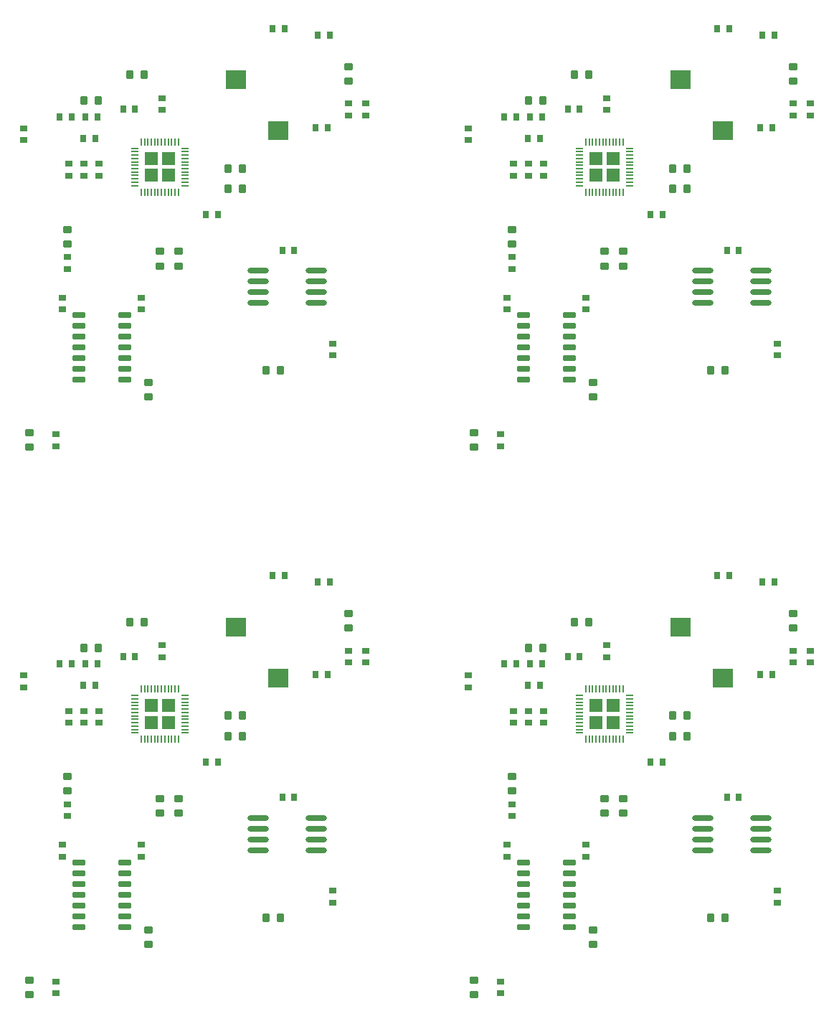
<source format=gtp>
G04 Layer_Color=8421504*
%FSLAX25Y25*%
%MOIN*%
G70*
G01*
G75*
%ADD11R,0.03740X0.02953*%
%ADD12R,0.02953X0.03740*%
G04:AMPARAMS|DCode=13|XSize=39.37mil|YSize=35.43mil|CornerRadius=4.43mil|HoleSize=0mil|Usage=FLASHONLY|Rotation=0.000|XOffset=0mil|YOffset=0mil|HoleType=Round|Shape=RoundedRectangle|*
%AMROUNDEDRECTD13*
21,1,0.03937,0.02657,0,0,0.0*
21,1,0.03051,0.03543,0,0,0.0*
1,1,0.00886,0.01526,-0.01329*
1,1,0.00886,-0.01526,-0.01329*
1,1,0.00886,-0.01526,0.01329*
1,1,0.00886,0.01526,0.01329*
%
%ADD13ROUNDEDRECTD13*%
%ADD14R,0.02500X0.05000*%
G04:AMPARAMS|DCode=15|XSize=39.37mil|YSize=35.43mil|CornerRadius=4.43mil|HoleSize=0mil|Usage=FLASHONLY|Rotation=90.000|XOffset=0mil|YOffset=0mil|HoleType=Round|Shape=RoundedRectangle|*
%AMROUNDEDRECTD15*
21,1,0.03937,0.02657,0,0,90.0*
21,1,0.03051,0.03543,0,0,90.0*
1,1,0.00886,0.01329,0.01526*
1,1,0.00886,0.01329,-0.01526*
1,1,0.00886,-0.01329,-0.01526*
1,1,0.00886,-0.01329,0.01526*
%
%ADD15ROUNDEDRECTD15*%
G04:AMPARAMS|DCode=16|XSize=23.62mil|YSize=57.09mil|CornerRadius=1.18mil|HoleSize=0mil|Usage=FLASHONLY|Rotation=90.000|XOffset=0mil|YOffset=0mil|HoleType=Round|Shape=RoundedRectangle|*
%AMROUNDEDRECTD16*
21,1,0.02362,0.05472,0,0,90.0*
21,1,0.02126,0.05709,0,0,90.0*
1,1,0.00236,0.02736,0.01063*
1,1,0.00236,0.02736,-0.01063*
1,1,0.00236,-0.02736,-0.01063*
1,1,0.00236,-0.02736,0.01063*
%
%ADD16ROUNDEDRECTD16*%
%ADD17O,0.09842X0.02559*%
%ADD41R,0.09606X0.08661*%
%ADD42R,0.05905X0.05905*%
%ADD43O,0.00630X0.03425*%
%ADD44O,0.03425X0.00630*%
D11*
X42720Y114961D02*
D03*
Y120473D02*
D03*
X165948Y80315D02*
D03*
Y74803D02*
D03*
X43330Y158339D02*
D03*
Y163850D02*
D03*
X50330D02*
D03*
Y158339D02*
D03*
X57330D02*
D03*
Y163850D02*
D03*
X86830Y194350D02*
D03*
Y188839D02*
D03*
X173330Y186339D02*
D03*
Y191850D02*
D03*
X181330Y186339D02*
D03*
Y191850D02*
D03*
X37330Y38177D02*
D03*
Y32665D02*
D03*
X22507Y180276D02*
D03*
Y174764D02*
D03*
X76972Y101575D02*
D03*
Y96063D02*
D03*
X40358Y101575D02*
D03*
Y96063D02*
D03*
X249420Y114961D02*
D03*
Y120473D02*
D03*
X372648Y80315D02*
D03*
Y74803D02*
D03*
X250030Y158339D02*
D03*
Y163850D02*
D03*
X257030D02*
D03*
Y158339D02*
D03*
X264030D02*
D03*
Y163850D02*
D03*
X293530Y194350D02*
D03*
Y188839D02*
D03*
X380030Y186339D02*
D03*
Y191850D02*
D03*
X388030Y186339D02*
D03*
Y191850D02*
D03*
X244030Y38177D02*
D03*
Y32665D02*
D03*
X229207Y180276D02*
D03*
Y174764D02*
D03*
X283672Y101575D02*
D03*
Y96063D02*
D03*
X247058Y101575D02*
D03*
Y96063D02*
D03*
X42720Y369161D02*
D03*
Y374673D02*
D03*
X165948Y334515D02*
D03*
Y329003D02*
D03*
X43330Y412539D02*
D03*
Y418050D02*
D03*
X50330D02*
D03*
Y412539D02*
D03*
X57330D02*
D03*
Y418050D02*
D03*
X86830Y448550D02*
D03*
Y443039D02*
D03*
X173330Y440539D02*
D03*
Y446050D02*
D03*
X181330Y440539D02*
D03*
Y446050D02*
D03*
X37330Y292377D02*
D03*
Y286865D02*
D03*
X22507Y434476D02*
D03*
Y428964D02*
D03*
X76972Y355775D02*
D03*
Y350263D02*
D03*
X40358Y355775D02*
D03*
Y350263D02*
D03*
X249420Y369161D02*
D03*
Y374673D02*
D03*
X372648Y334515D02*
D03*
Y329003D02*
D03*
X250030Y412539D02*
D03*
Y418050D02*
D03*
X257030D02*
D03*
Y412539D02*
D03*
X264030D02*
D03*
Y418050D02*
D03*
X293530Y448550D02*
D03*
Y443039D02*
D03*
X380030Y440539D02*
D03*
Y446050D02*
D03*
X388030Y440539D02*
D03*
Y446050D02*
D03*
X244030Y292377D02*
D03*
Y286865D02*
D03*
X229207Y434476D02*
D03*
Y428964D02*
D03*
X283672Y355775D02*
D03*
Y350263D02*
D03*
X247058Y355775D02*
D03*
Y350263D02*
D03*
D12*
X55586Y175594D02*
D03*
X50074D02*
D03*
X74086Y189094D02*
D03*
X68574D02*
D03*
X148086Y123594D02*
D03*
X142574D02*
D03*
X159074Y223594D02*
D03*
X164586D02*
D03*
X158074Y180595D02*
D03*
X163586D02*
D03*
X39074Y185594D02*
D03*
X44586D02*
D03*
X56586D02*
D03*
X51074D02*
D03*
X107074Y140094D02*
D03*
X112586D02*
D03*
X138074Y226594D02*
D03*
X143586D02*
D03*
X262286Y175594D02*
D03*
X256774D02*
D03*
X280786Y189094D02*
D03*
X275274D02*
D03*
X354786Y123594D02*
D03*
X349274D02*
D03*
X365774Y223594D02*
D03*
X371286D02*
D03*
X364774Y180595D02*
D03*
X370286D02*
D03*
X245774Y185594D02*
D03*
X251286D02*
D03*
X263286D02*
D03*
X257774D02*
D03*
X313774Y140094D02*
D03*
X319286D02*
D03*
X344774Y226594D02*
D03*
X350286D02*
D03*
X55586Y429795D02*
D03*
X50074D02*
D03*
X74086Y443294D02*
D03*
X68574D02*
D03*
X148086Y377795D02*
D03*
X142574D02*
D03*
X159074Y477795D02*
D03*
X164586D02*
D03*
X158074Y434795D02*
D03*
X163586D02*
D03*
X39074Y439794D02*
D03*
X44586D02*
D03*
X56586D02*
D03*
X51074D02*
D03*
X107074Y394295D02*
D03*
X112586D02*
D03*
X138074Y480794D02*
D03*
X143586D02*
D03*
X262286Y429795D02*
D03*
X256774D02*
D03*
X280786Y443294D02*
D03*
X275274D02*
D03*
X354786Y377795D02*
D03*
X349274D02*
D03*
X365774Y477795D02*
D03*
X371286D02*
D03*
X364774Y434795D02*
D03*
X370286D02*
D03*
X245774Y439794D02*
D03*
X251286D02*
D03*
X263286D02*
D03*
X257774D02*
D03*
X313774Y394295D02*
D03*
X319286D02*
D03*
X344774Y480794D02*
D03*
X350286D02*
D03*
D13*
X173330Y208941D02*
D03*
Y202248D02*
D03*
X42720Y133268D02*
D03*
Y126575D02*
D03*
X85633Y123031D02*
D03*
Y116339D02*
D03*
X80515Y55512D02*
D03*
Y62205D02*
D03*
X25003Y32087D02*
D03*
Y38780D02*
D03*
X94295Y116339D02*
D03*
Y123031D02*
D03*
X380030Y208941D02*
D03*
Y202248D02*
D03*
X249420Y133268D02*
D03*
Y126575D02*
D03*
X292333Y123031D02*
D03*
Y116339D02*
D03*
X287215Y55512D02*
D03*
Y62205D02*
D03*
X231703Y32087D02*
D03*
Y38780D02*
D03*
X300994Y116339D02*
D03*
Y123031D02*
D03*
X173330Y463141D02*
D03*
Y456448D02*
D03*
X42720Y387468D02*
D03*
Y380775D02*
D03*
X85633Y377232D02*
D03*
Y370539D02*
D03*
X80515Y309712D02*
D03*
Y316405D02*
D03*
X25003Y286287D02*
D03*
Y292980D02*
D03*
X94295Y370539D02*
D03*
Y377232D02*
D03*
X380030Y463141D02*
D03*
Y456448D02*
D03*
X249420Y387468D02*
D03*
Y380775D02*
D03*
X292333Y377232D02*
D03*
Y370539D02*
D03*
X287215Y309712D02*
D03*
Y316405D02*
D03*
X231703Y286287D02*
D03*
Y292980D02*
D03*
X300994Y370539D02*
D03*
Y377232D02*
D03*
D14*
X122688Y202756D02*
D03*
X119445D02*
D03*
X142373Y179134D02*
D03*
X139129D02*
D03*
X329388Y202756D02*
D03*
X326145D02*
D03*
X349073Y179134D02*
D03*
X345830D02*
D03*
X122688Y456956D02*
D03*
X119445D02*
D03*
X142373Y433334D02*
D03*
X139129D02*
D03*
X329388Y456956D02*
D03*
X326145D02*
D03*
X349073Y433334D02*
D03*
X345830D02*
D03*
D15*
X50484Y193095D02*
D03*
X57176D02*
D03*
X71657Y205118D02*
D03*
X78350D02*
D03*
X124176Y161594D02*
D03*
X117483D02*
D03*
X124176Y152094D02*
D03*
X117483D02*
D03*
X141735Y67716D02*
D03*
X135043D02*
D03*
X257184Y193095D02*
D03*
X263876D02*
D03*
X278357Y205118D02*
D03*
X285050D02*
D03*
X330876Y161594D02*
D03*
X324183D02*
D03*
X330876Y152094D02*
D03*
X324183D02*
D03*
X348435Y67716D02*
D03*
X341742D02*
D03*
X50484Y447295D02*
D03*
X57176D02*
D03*
X71657Y459318D02*
D03*
X78350D02*
D03*
X124176Y415795D02*
D03*
X117483D02*
D03*
X124176Y406294D02*
D03*
X117483D02*
D03*
X141735Y321917D02*
D03*
X135043D02*
D03*
X257184Y447295D02*
D03*
X263876D02*
D03*
X278357Y459318D02*
D03*
X285050D02*
D03*
X330876Y415795D02*
D03*
X324183D02*
D03*
X330876Y406294D02*
D03*
X324183D02*
D03*
X348435Y321917D02*
D03*
X341742D02*
D03*
D16*
X48035Y93386D02*
D03*
Y88386D02*
D03*
Y83386D02*
D03*
Y78386D02*
D03*
Y73386D02*
D03*
Y68386D02*
D03*
Y63386D02*
D03*
X69491Y93386D02*
D03*
Y88386D02*
D03*
Y83386D02*
D03*
Y78386D02*
D03*
Y73386D02*
D03*
Y68386D02*
D03*
Y63386D02*
D03*
X254735Y93386D02*
D03*
Y88386D02*
D03*
Y83386D02*
D03*
Y78386D02*
D03*
Y73386D02*
D03*
Y68386D02*
D03*
Y63386D02*
D03*
X276191Y93386D02*
D03*
Y88386D02*
D03*
Y83386D02*
D03*
Y78386D02*
D03*
Y73386D02*
D03*
Y68386D02*
D03*
Y63386D02*
D03*
X48035Y347586D02*
D03*
Y342586D02*
D03*
Y337586D02*
D03*
Y332586D02*
D03*
Y327586D02*
D03*
Y322586D02*
D03*
Y317586D02*
D03*
X69491Y347586D02*
D03*
Y342586D02*
D03*
Y337586D02*
D03*
Y332586D02*
D03*
Y327586D02*
D03*
Y322586D02*
D03*
Y317586D02*
D03*
X254735Y347586D02*
D03*
Y342586D02*
D03*
Y337586D02*
D03*
Y332586D02*
D03*
Y327586D02*
D03*
Y322586D02*
D03*
Y317586D02*
D03*
X276191Y347586D02*
D03*
Y342586D02*
D03*
Y337586D02*
D03*
Y332586D02*
D03*
Y327586D02*
D03*
Y322586D02*
D03*
Y317586D02*
D03*
D17*
X131247Y114094D02*
D03*
Y109095D02*
D03*
Y104095D02*
D03*
Y99094D02*
D03*
X158413Y114094D02*
D03*
Y109095D02*
D03*
Y104095D02*
D03*
Y99094D02*
D03*
X337947Y114094D02*
D03*
Y109095D02*
D03*
Y104095D02*
D03*
Y99094D02*
D03*
X365113Y114094D02*
D03*
Y109095D02*
D03*
Y104095D02*
D03*
Y99094D02*
D03*
X131247Y368295D02*
D03*
Y363295D02*
D03*
Y358295D02*
D03*
Y353294D02*
D03*
X158413Y368295D02*
D03*
Y363295D02*
D03*
Y358295D02*
D03*
Y353294D02*
D03*
X337947Y368295D02*
D03*
Y363295D02*
D03*
Y358295D02*
D03*
Y353294D02*
D03*
X365113Y368295D02*
D03*
Y363295D02*
D03*
Y358295D02*
D03*
Y353294D02*
D03*
D41*
X121066Y202756D02*
D03*
X140751Y179134D02*
D03*
X327766Y202756D02*
D03*
X347451Y179134D02*
D03*
X121066Y456956D02*
D03*
X140751Y433334D02*
D03*
X327766Y456956D02*
D03*
X347451Y433334D02*
D03*
D42*
X89605Y166228D02*
D03*
X89605Y158354D02*
D03*
X81731D02*
D03*
Y166228D02*
D03*
X296305Y166228D02*
D03*
X296305Y158354D02*
D03*
X288432D02*
D03*
Y166228D02*
D03*
X89605Y420428D02*
D03*
X89605Y412554D02*
D03*
X81731D02*
D03*
Y420428D02*
D03*
X296305Y420428D02*
D03*
X296305Y412554D02*
D03*
X288432D02*
D03*
Y420428D02*
D03*
D43*
X77007Y173906D02*
D03*
X78582D02*
D03*
X80157D02*
D03*
X81731D02*
D03*
X83306D02*
D03*
X84881D02*
D03*
X86456D02*
D03*
X88031D02*
D03*
X89605D02*
D03*
X91180D02*
D03*
X92755D02*
D03*
X94330D02*
D03*
Y150677D02*
D03*
X92755D02*
D03*
X91180D02*
D03*
X89605D02*
D03*
X88031D02*
D03*
X86456D02*
D03*
X84881D02*
D03*
X83306D02*
D03*
X81731D02*
D03*
X80157D02*
D03*
X78582D02*
D03*
X77007D02*
D03*
X283707Y173906D02*
D03*
X285282D02*
D03*
X286857D02*
D03*
X288432D02*
D03*
X290006D02*
D03*
X291581D02*
D03*
X293156D02*
D03*
X294731D02*
D03*
X296305D02*
D03*
X297880D02*
D03*
X299455D02*
D03*
X301030D02*
D03*
Y150677D02*
D03*
X299455D02*
D03*
X297880D02*
D03*
X296305D02*
D03*
X294731D02*
D03*
X293156D02*
D03*
X291581D02*
D03*
X290006D02*
D03*
X288432D02*
D03*
X286857D02*
D03*
X285282D02*
D03*
X283707D02*
D03*
X77007Y428105D02*
D03*
X78582D02*
D03*
X80157D02*
D03*
X81731D02*
D03*
X83306D02*
D03*
X84881D02*
D03*
X86456D02*
D03*
X88031D02*
D03*
X89605D02*
D03*
X91180D02*
D03*
X92755D02*
D03*
X94330D02*
D03*
Y404877D02*
D03*
X92755D02*
D03*
X91180D02*
D03*
X89605D02*
D03*
X88031D02*
D03*
X86456D02*
D03*
X84881D02*
D03*
X83306D02*
D03*
X81731D02*
D03*
X80157D02*
D03*
X78582D02*
D03*
X77007D02*
D03*
X283707Y428105D02*
D03*
X285282D02*
D03*
X286857D02*
D03*
X288432D02*
D03*
X290006D02*
D03*
X291581D02*
D03*
X293156D02*
D03*
X294731D02*
D03*
X296305D02*
D03*
X297880D02*
D03*
X299455D02*
D03*
X301030D02*
D03*
Y404877D02*
D03*
X299455D02*
D03*
X297880D02*
D03*
X296305D02*
D03*
X294731D02*
D03*
X293156D02*
D03*
X291581D02*
D03*
X290006D02*
D03*
X288432D02*
D03*
X286857D02*
D03*
X285282D02*
D03*
X283707D02*
D03*
D44*
X97283Y170953D02*
D03*
Y169378D02*
D03*
Y167803D02*
D03*
Y166228D02*
D03*
Y164654D02*
D03*
Y163079D02*
D03*
Y161504D02*
D03*
Y159929D02*
D03*
Y158354D02*
D03*
Y156780D02*
D03*
Y155205D02*
D03*
Y153630D02*
D03*
X74054D02*
D03*
Y155205D02*
D03*
Y156780D02*
D03*
Y158354D02*
D03*
Y159929D02*
D03*
Y161504D02*
D03*
Y163079D02*
D03*
Y164654D02*
D03*
Y166228D02*
D03*
Y167803D02*
D03*
Y169378D02*
D03*
Y170953D02*
D03*
X303983D02*
D03*
Y169378D02*
D03*
Y167803D02*
D03*
Y166228D02*
D03*
Y164654D02*
D03*
Y163079D02*
D03*
Y161504D02*
D03*
Y159929D02*
D03*
Y158354D02*
D03*
Y156780D02*
D03*
Y155205D02*
D03*
Y153630D02*
D03*
X280754D02*
D03*
Y155205D02*
D03*
Y156780D02*
D03*
Y158354D02*
D03*
Y159929D02*
D03*
Y161504D02*
D03*
Y163079D02*
D03*
Y164654D02*
D03*
Y166228D02*
D03*
Y167803D02*
D03*
Y169378D02*
D03*
Y170953D02*
D03*
X97283Y425153D02*
D03*
Y423578D02*
D03*
Y422003D02*
D03*
Y420428D02*
D03*
Y418854D02*
D03*
Y417279D02*
D03*
Y415704D02*
D03*
Y414129D02*
D03*
Y412554D02*
D03*
Y410980D02*
D03*
Y409405D02*
D03*
Y407830D02*
D03*
X74054D02*
D03*
Y409405D02*
D03*
Y410980D02*
D03*
Y412554D02*
D03*
Y414129D02*
D03*
Y415704D02*
D03*
Y417279D02*
D03*
Y418854D02*
D03*
Y420428D02*
D03*
Y422003D02*
D03*
Y423578D02*
D03*
Y425153D02*
D03*
X303983D02*
D03*
Y423578D02*
D03*
Y422003D02*
D03*
Y420428D02*
D03*
Y418854D02*
D03*
Y417279D02*
D03*
Y415704D02*
D03*
Y414129D02*
D03*
Y412554D02*
D03*
Y410980D02*
D03*
Y409405D02*
D03*
Y407830D02*
D03*
X280754D02*
D03*
Y409405D02*
D03*
Y410980D02*
D03*
Y412554D02*
D03*
Y414129D02*
D03*
Y415704D02*
D03*
Y417279D02*
D03*
Y418854D02*
D03*
Y420428D02*
D03*
Y422003D02*
D03*
Y423578D02*
D03*
Y425153D02*
D03*
M02*

</source>
